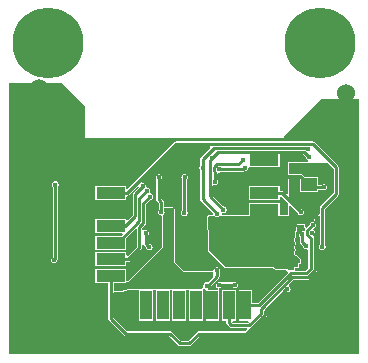
<source format=gbl>
G04*
G04 #@! TF.GenerationSoftware,Altium Limited,Altium Designer,18.0.8 (490)*
G04*
G04 Layer_Physical_Order=2*
G04 Layer_Color=16711680*
%FSLAX44Y44*%
%MOMM*%
G71*
G01*
G75*
G04:AMPARAMS|DCode=103|XSize=0.32mm|YSize=0.36mm|CornerRadius=0.08mm|HoleSize=0mm|Usage=FLASHONLY|Rotation=0.000|XOffset=0mm|YOffset=0mm|HoleType=Round|Shape=RoundedRectangle|*
%AMROUNDEDRECTD103*
21,1,0.3200,0.2000,0,0,0.0*
21,1,0.1600,0.3600,0,0,0.0*
1,1,0.1600,0.0800,-0.1000*
1,1,0.1600,-0.0800,-0.1000*
1,1,0.1600,-0.0800,0.1000*
1,1,0.1600,0.0800,0.1000*
%
%ADD103ROUNDEDRECTD103*%
%ADD113R,0.6000X0.5000*%
%ADD121R,1.4000X1.1000*%
%ADD130C,0.2540*%
%ADD131C,0.7600*%
%ADD132C,1.5240*%
%ADD133C,6.0000*%
%ADD134C,0.4000*%
%ADD135R,1.0000X2.4500*%
%ADD136R,2.4500X1.0000*%
G36*
X863000Y1681000D02*
X882500Y1661500D01*
X882500Y1634250D01*
X1049250Y1634250D01*
X1049479Y1634479D01*
X1050216Y1634784D01*
X1050521Y1635521D01*
X1082500Y1667500D01*
X1114500D01*
Y1452000D01*
X1114293Y1451500D01*
X818250D01*
X817866Y1452611D01*
Y1681000D01*
X863000Y1681000D01*
D02*
G37*
%LPC*%
G36*
X1075218Y1631854D02*
X1075218Y1631854D01*
X1069830D01*
X1069830Y1631854D01*
X1069095Y1631708D01*
X959636D01*
X959636Y1631708D01*
X958843Y1631550D01*
X958171Y1631101D01*
X958171Y1631101D01*
X918436Y1591365D01*
X917262Y1591852D01*
Y1593762D01*
X891238D01*
Y1582238D01*
X917262D01*
Y1585010D01*
X918000Y1585928D01*
X918793Y1586086D01*
X919465Y1586535D01*
X926496Y1593566D01*
X927846Y1593120D01*
X927858Y1593038D01*
X923535Y1588715D01*
X923086Y1588043D01*
X922928Y1587250D01*
X922928Y1587250D01*
Y1569358D01*
X918436Y1564866D01*
X917262Y1565352D01*
Y1565762D01*
X891238D01*
Y1554238D01*
X914055D01*
X914541Y1553065D01*
X913238Y1551762D01*
X891238D01*
Y1540238D01*
X917262D01*
Y1549926D01*
X925255Y1557919D01*
X926428Y1557433D01*
Y1542608D01*
X918532Y1534712D01*
X917262Y1535238D01*
Y1537762D01*
X891238D01*
Y1526238D01*
X917262D01*
Y1529928D01*
X918750D01*
X918750Y1529928D01*
X919543Y1530086D01*
X920215Y1530535D01*
X929965Y1540285D01*
X929965Y1540285D01*
X930414Y1540957D01*
X930572Y1541750D01*
X930572Y1541750D01*
Y1544302D01*
X931836Y1544457D01*
X932285Y1543785D01*
X933962Y1542108D01*
X934148Y1541172D01*
X934759Y1540259D01*
X935672Y1539648D01*
X936750Y1539434D01*
X937828Y1539648D01*
X938741Y1540259D01*
X939352Y1541172D01*
X939566Y1542250D01*
X939352Y1543328D01*
X938741Y1544241D01*
X937828Y1544852D01*
X936892Y1545038D01*
X935822Y1546108D01*
Y1552379D01*
X936352Y1553172D01*
X936566Y1554250D01*
X936352Y1555328D01*
X935741Y1556241D01*
X934828Y1556852D01*
X933750Y1557066D01*
X932672Y1556852D01*
X931842Y1556297D01*
X931405Y1556393D01*
X930572Y1556751D01*
Y1558566D01*
X933267Y1561261D01*
X933267Y1561261D01*
X933716Y1561933D01*
X933874Y1562726D01*
X933874Y1562726D01*
Y1578444D01*
X937642Y1582212D01*
X938578Y1582398D01*
X939491Y1583009D01*
X940102Y1583922D01*
X940316Y1585000D01*
X940102Y1586078D01*
X939491Y1586991D01*
X938578Y1587602D01*
X938065Y1587704D01*
X937394Y1588851D01*
X937375Y1589037D01*
X937566Y1590000D01*
X937352Y1591078D01*
X936741Y1591991D01*
X935828Y1592602D01*
X935235Y1592720D01*
X934316Y1593750D01*
X934102Y1594828D01*
X933491Y1595741D01*
X932578Y1596352D01*
X931500Y1596566D01*
X931241Y1596514D01*
X930615Y1597685D01*
X960494Y1627564D01*
X987975D01*
X988461Y1626391D01*
X980535Y1618465D01*
X980086Y1617793D01*
X979928Y1617000D01*
X979928Y1617000D01*
Y1611371D01*
X979398Y1610578D01*
X979184Y1609500D01*
X979398Y1608422D01*
X979928Y1607629D01*
Y1582750D01*
X979928Y1582750D01*
X980086Y1581957D01*
X980535Y1581285D01*
X990741Y1571079D01*
X990624Y1569593D01*
X990366Y1569357D01*
X987596D01*
X987593Y1569356D01*
X987590Y1569357D01*
X987301Y1569235D01*
X987013Y1569115D01*
X987012Y1569113D01*
X987009Y1569111D01*
X986117Y1568207D01*
X986116Y1568204D01*
X986113Y1568203D01*
X985997Y1567913D01*
X985879Y1567623D01*
X985881Y1567620D01*
X985879Y1567617D01*
X986175Y1546027D01*
Y1539532D01*
X986417Y1538949D01*
X1000667Y1524700D01*
X1001250Y1524458D01*
X1041862D01*
X1042534Y1523785D01*
X1043206Y1523336D01*
X1043999Y1523179D01*
X1043999Y1523179D01*
X1050250D01*
X1050250Y1523179D01*
X1050250Y1523179D01*
X1052738D01*
Y1521988D01*
X1053636D01*
X1054162Y1520718D01*
X1028515Y1495072D01*
X1024012D01*
Y1506012D01*
X1012488D01*
Y1479988D01*
X1020365D01*
X1020902Y1478771D01*
X1020342Y1478072D01*
X1007442D01*
X1006863Y1478718D01*
X1007382Y1479988D01*
X1010012D01*
Y1506012D01*
X998488D01*
Y1479988D01*
X1002178D01*
Y1478000D01*
X1002178Y1478000D01*
X1002336Y1477207D01*
X1002785Y1476535D01*
X1004785Y1474535D01*
X1005457Y1474086D01*
X1006250Y1473928D01*
X1006250Y1473928D01*
X1019382D01*
X1019868Y1472755D01*
X1018185Y1471072D01*
X978650D01*
X978650Y1471072D01*
X977857Y1470914D01*
X977185Y1470465D01*
X977185Y1470465D01*
X969640Y1462920D01*
X963360D01*
X955815Y1470465D01*
X955143Y1470914D01*
X954350Y1471072D01*
X954350Y1471072D01*
X917858D01*
X906322Y1482608D01*
Y1503500D01*
X907592Y1504198D01*
X907648Y1504175D01*
X914488Y1504175D01*
X915071Y1504417D01*
X915313Y1505000D01*
Y1505187D01*
X917512D01*
X918095Y1505429D01*
X918342Y1505675D01*
X928488D01*
Y1479988D01*
X940012D01*
Y1505675D01*
X942488D01*
Y1479988D01*
X954012D01*
Y1505675D01*
X956488D01*
Y1479988D01*
X968012D01*
Y1505675D01*
X970488D01*
Y1479988D01*
X982012D01*
Y1506012D01*
X982012Y1506012D01*
X982012D01*
X982503Y1507087D01*
X983123Y1507706D01*
X984243Y1507229D01*
X984481Y1506060D01*
X984481Y1506060D01*
X984488Y1505840D01*
X984488Y1504799D01*
Y1479988D01*
X996012D01*
X996012Y1505941D01*
X996012Y1506012D01*
X996087Y1507251D01*
X996828Y1507398D01*
X997741Y1508009D01*
X997855Y1508178D01*
X1007629D01*
X1008422Y1507648D01*
X1009500Y1507434D01*
X1010578Y1507648D01*
X1011491Y1508259D01*
X1012102Y1509172D01*
X1012316Y1510250D01*
X1012102Y1511328D01*
X1011491Y1512241D01*
X1010578Y1512852D01*
X1009500Y1513066D01*
X1008422Y1512852D01*
X1007629Y1512322D01*
X997247D01*
X996828Y1512602D01*
X995750Y1512816D01*
X994672Y1512602D01*
X993759Y1511991D01*
X993148Y1511078D01*
X992934Y1510000D01*
X993148Y1508922D01*
X993759Y1508009D01*
X994672Y1507398D01*
X995258Y1507282D01*
X995135Y1506030D01*
X994771Y1506012D01*
X994742Y1506012D01*
X986989D01*
X986848Y1506402D01*
X986778Y1507282D01*
X987491Y1507759D01*
X987804Y1508227D01*
X987891Y1508285D01*
X995715Y1516109D01*
X995715Y1516109D01*
X996164Y1516781D01*
X996322Y1517574D01*
Y1521129D01*
X996852Y1521922D01*
X997066Y1523000D01*
X996852Y1524078D01*
X996241Y1524991D01*
X995328Y1525602D01*
X994250Y1525816D01*
X993172Y1525602D01*
X992259Y1524991D01*
X991648Y1524078D01*
X991510Y1523384D01*
X991092Y1522801D01*
X990273Y1522325D01*
X965842Y1522325D01*
X958325Y1529842D01*
Y1574336D01*
X958322Y1574343D01*
X958325Y1574350D01*
X958202Y1574633D01*
X958083Y1574919D01*
X958076Y1574922D01*
X958073Y1574929D01*
X957160Y1575812D01*
X957152Y1575815D01*
X957149Y1575822D01*
X956860Y1575930D01*
X956572Y1576043D01*
X956565Y1576040D01*
X956558Y1576043D01*
X950342Y1575828D01*
X949107Y1576863D01*
X949074Y1576953D01*
X949072Y1576964D01*
Y1580500D01*
X949072Y1580500D01*
X948914Y1581293D01*
X948465Y1581965D01*
X948465Y1581965D01*
X947072Y1583358D01*
Y1599879D01*
X947602Y1600672D01*
X947816Y1601750D01*
X947602Y1602828D01*
X946991Y1603741D01*
X946078Y1604352D01*
X945000Y1604566D01*
X943922Y1604352D01*
X943009Y1603741D01*
X942398Y1602828D01*
X942184Y1601750D01*
X942398Y1600672D01*
X942928Y1599879D01*
Y1582500D01*
X942928Y1582500D01*
X943086Y1581707D01*
X943535Y1581035D01*
X944928Y1579642D01*
Y1573871D01*
X944398Y1573078D01*
X944184Y1572000D01*
X944398Y1570922D01*
X945009Y1570009D01*
X945922Y1569398D01*
X947000Y1569184D01*
X947925Y1568425D01*
X947925Y1542592D01*
X919158Y1513825D01*
X917262D01*
Y1523762D01*
X891238D01*
Y1512238D01*
X902178D01*
Y1481750D01*
X902178Y1481750D01*
X902336Y1480957D01*
X902785Y1480285D01*
X915535Y1467535D01*
X915535Y1467535D01*
X916207Y1467086D01*
X917000Y1466928D01*
X953492D01*
X961037Y1459383D01*
X961037Y1459383D01*
X961709Y1458934D01*
X962502Y1458776D01*
X962502Y1458776D01*
X970498D01*
X970498Y1458776D01*
X971291Y1458934D01*
X971963Y1459383D01*
X979508Y1466928D01*
X1019043D01*
X1019044Y1466928D01*
X1019836Y1467086D01*
X1020509Y1467535D01*
X1035965Y1482991D01*
X1035965Y1482991D01*
X1036414Y1483664D01*
X1036572Y1484456D01*
X1036572Y1484457D01*
Y1487674D01*
X1052984Y1504086D01*
X1053750Y1503934D01*
X1054828Y1504148D01*
X1055741Y1504759D01*
X1056352Y1505672D01*
X1056566Y1506750D01*
X1056352Y1507828D01*
X1055741Y1508741D01*
X1055156Y1509132D01*
X1054784Y1510557D01*
X1058938Y1514710D01*
X1071076D01*
X1071076Y1514710D01*
X1071869Y1514868D01*
X1072541Y1515317D01*
X1078299Y1521075D01*
X1078299Y1521075D01*
X1078748Y1521747D01*
X1078906Y1522540D01*
Y1552166D01*
X1078906Y1552166D01*
X1078748Y1552959D01*
X1078299Y1553631D01*
X1077538Y1554392D01*
X1077352Y1555328D01*
X1076741Y1556241D01*
X1075828Y1556852D01*
X1075683Y1557304D01*
X1076328Y1558398D01*
X1076328Y1558398D01*
X1077241Y1559009D01*
X1077852Y1559922D01*
X1078066Y1561000D01*
X1077852Y1562078D01*
X1077241Y1562991D01*
X1076583Y1563848D01*
X1076690Y1564105D01*
X1076690Y1564106D01*
X1076821Y1564351D01*
X1076808Y1564392D01*
X1076825Y1564432D01*
Y1565941D01*
X1080005Y1569121D01*
X1081178Y1568635D01*
Y1544621D01*
X1080648Y1543828D01*
X1080434Y1542750D01*
X1080648Y1541672D01*
X1081259Y1540759D01*
X1082172Y1540148D01*
X1083250Y1539934D01*
X1084328Y1540148D01*
X1085241Y1540759D01*
X1085852Y1541672D01*
X1086066Y1542750D01*
X1085852Y1543828D01*
X1085322Y1544621D01*
Y1574472D01*
X1096517Y1585667D01*
X1096517Y1585667D01*
X1096966Y1586339D01*
X1097124Y1587132D01*
Y1609948D01*
X1096966Y1610741D01*
X1096517Y1611413D01*
X1096517Y1611413D01*
X1076683Y1631247D01*
X1076011Y1631696D01*
X1075218Y1631854D01*
D02*
G37*
G36*
X966750Y1604566D02*
X965672Y1604352D01*
X964759Y1603741D01*
X964148Y1602828D01*
X963934Y1601750D01*
X964148Y1600672D01*
X964428Y1600253D01*
Y1573371D01*
X963898Y1572578D01*
X963684Y1571500D01*
X963898Y1570422D01*
X964509Y1569509D01*
X965422Y1568898D01*
X966500Y1568684D01*
X967578Y1568898D01*
X968491Y1569509D01*
X969102Y1570422D01*
X969316Y1571500D01*
X969102Y1572578D01*
X968572Y1573371D01*
Y1599646D01*
X968741Y1599759D01*
X969352Y1600672D01*
X969566Y1601750D01*
X969352Y1602828D01*
X968741Y1603741D01*
X967828Y1604352D01*
X966750Y1604566D01*
D02*
G37*
G36*
X857250Y1598066D02*
X856172Y1597852D01*
X855259Y1597241D01*
X854648Y1596328D01*
X854434Y1595250D01*
X854648Y1594172D01*
X855178Y1593379D01*
Y1533853D01*
X855172Y1533852D01*
X854259Y1533241D01*
X853648Y1532328D01*
X853434Y1531250D01*
X853648Y1530172D01*
X854259Y1529259D01*
X855172Y1528648D01*
X856250Y1528434D01*
X857328Y1528648D01*
X858241Y1529259D01*
X858852Y1530172D01*
X859066Y1531250D01*
X859057Y1531297D01*
X859164Y1531457D01*
X859322Y1532250D01*
X859322Y1532250D01*
Y1593379D01*
X859852Y1594172D01*
X860066Y1595250D01*
X859852Y1596328D01*
X859241Y1597241D01*
X858328Y1597852D01*
X857250Y1598066D01*
D02*
G37*
%LPD*%
G36*
X1069212Y1618358D02*
X1069398Y1617422D01*
X1070009Y1616509D01*
X1070922Y1615898D01*
X1071028Y1615877D01*
X1070903Y1614607D01*
X1055000D01*
X1054417Y1614366D01*
X1054175Y1613782D01*
Y1604072D01*
X1054417Y1603488D01*
X1055000Y1603247D01*
X1065419D01*
X1065971Y1603137D01*
X1066439Y1602824D01*
X1068085Y1601179D01*
X1068668Y1600937D01*
X1078937D01*
Y1595122D01*
X1079179Y1594539D01*
X1079762Y1594297D01*
X1082879D01*
X1083102Y1594389D01*
X1083337Y1594436D01*
X1083994Y1594875D01*
X1084750Y1595025D01*
X1085506Y1594875D01*
X1086147Y1594447D01*
X1086575Y1593806D01*
X1086725Y1593050D01*
X1086575Y1592294D01*
X1086147Y1591653D01*
X1085506Y1591225D01*
X1084750Y1591075D01*
X1083994Y1591225D01*
X1083337Y1591664D01*
X1083102Y1591711D01*
X1082879Y1591803D01*
X1079762D01*
X1079179Y1591561D01*
X1078937Y1590978D01*
Y1590063D01*
X1065063D01*
Y1599928D01*
X1064821Y1600511D01*
X1064238Y1600753D01*
X1055000D01*
X1054417Y1600511D01*
X1054175Y1599928D01*
Y1587414D01*
X1053002Y1586928D01*
X1050465Y1589465D01*
X1049793Y1589914D01*
X1049000Y1590072D01*
X1049000Y1590072D01*
X1047262D01*
Y1593762D01*
X1021238D01*
Y1582238D01*
X1047262D01*
Y1585012D01*
X1048532Y1585538D01*
X1054644Y1579426D01*
X1054593Y1578510D01*
X1054417Y1577994D01*
X1054354Y1577842D01*
X1054238Y1577726D01*
Y1577562D01*
X1054175Y1577411D01*
Y1569357D01*
X1047262D01*
Y1579762D01*
X1021238D01*
Y1569357D01*
X998839D01*
X997853Y1570437D01*
X997857Y1570444D01*
X999152Y1571253D01*
X999500Y1571184D01*
X1000578Y1571398D01*
X1001491Y1572009D01*
X1002102Y1572922D01*
X1002316Y1574000D01*
X1002102Y1575078D01*
X1001491Y1575991D01*
X1000578Y1576602D01*
X999642Y1576788D01*
X990238Y1586192D01*
Y1594285D01*
X990554Y1594578D01*
X991508Y1595110D01*
X992274Y1594958D01*
X993352Y1595172D01*
X994265Y1595783D01*
X994876Y1596696D01*
X995090Y1597774D01*
X994876Y1598852D01*
X994346Y1599645D01*
Y1604369D01*
X995500Y1605434D01*
X996578Y1605648D01*
X997371Y1606178D01*
X1016500D01*
X1016500Y1606178D01*
X1017293Y1606336D01*
X1017841Y1606702D01*
X1018828Y1606898D01*
X1019741Y1607509D01*
X1020352Y1608422D01*
X1020519Y1609265D01*
X1020807Y1609655D01*
X1021714Y1610238D01*
X1047262D01*
Y1620960D01*
X1066610D01*
X1069212Y1618358D01*
D02*
G37*
G36*
X1092980Y1608520D02*
Y1587990D01*
X1081785Y1576795D01*
X1081336Y1576123D01*
X1081178Y1575330D01*
X1081178Y1575330D01*
Y1571461D01*
X1076000Y1566282D01*
Y1564432D01*
X1075250Y1563816D01*
X1074172Y1563602D01*
X1073259Y1562991D01*
X1072648Y1562078D01*
X1072462Y1561142D01*
X1070168Y1558848D01*
X1068898Y1559374D01*
Y1561605D01*
X1061374D01*
Y1556530D01*
X1060585Y1555741D01*
X1060136Y1555069D01*
X1059978Y1554276D01*
X1059978Y1554276D01*
Y1550158D01*
X1059779Y1549860D01*
X1059658Y1549250D01*
Y1547250D01*
X1059779Y1546641D01*
X1059978Y1546342D01*
Y1544371D01*
X1059448Y1543578D01*
X1059234Y1542500D01*
X1059448Y1541422D01*
X1059978Y1540629D01*
Y1539408D01*
X1059779Y1539110D01*
X1059658Y1538500D01*
Y1536500D01*
X1059779Y1535891D01*
X1060124Y1535374D01*
X1060641Y1535029D01*
X1061250Y1534908D01*
X1061713D01*
X1064428Y1532192D01*
Y1528512D01*
X1062738D01*
Y1525283D01*
X1001250D01*
X987000Y1539532D01*
Y1546032D01*
X986704Y1567628D01*
X987596Y1568532D01*
X992243D01*
X992259Y1568509D01*
X993172Y1567898D01*
X994250Y1567684D01*
X995328Y1567898D01*
X996241Y1568509D01*
X996257Y1568532D01*
X1021238D01*
Y1568238D01*
X1047262D01*
Y1568532D01*
X1055000D01*
Y1577411D01*
X1056173Y1577897D01*
X1062296Y1571774D01*
X1062450Y1570999D01*
X1063061Y1570085D01*
X1063974Y1569475D01*
X1065052Y1569261D01*
X1066130Y1569475D01*
X1067043Y1570085D01*
X1067654Y1570999D01*
X1067868Y1572077D01*
X1067654Y1573154D01*
X1067043Y1574068D01*
X1066130Y1574678D01*
X1065052Y1574893D01*
X1065040Y1574890D01*
X1055000Y1584930D01*
Y1599928D01*
X1064238D01*
Y1589238D01*
X1079762D01*
Y1590978D01*
X1082879D01*
X1083672Y1590448D01*
X1084750Y1590234D01*
X1085828Y1590448D01*
X1086741Y1591059D01*
X1087352Y1591972D01*
X1087566Y1593050D01*
X1087352Y1594128D01*
X1086741Y1595041D01*
X1085828Y1595652D01*
X1084750Y1595866D01*
X1083672Y1595652D01*
X1082879Y1595122D01*
X1079762D01*
Y1601762D01*
X1068668D01*
X1066965Y1603465D01*
X1066293Y1603914D01*
X1065500Y1604072D01*
X1065500Y1604072D01*
X1055000D01*
Y1613782D01*
X1087718Y1613782D01*
X1092980Y1608520D01*
D02*
G37*
G36*
X1068073Y1559374D02*
X1068136Y1559222D01*
Y1559058D01*
X1068252Y1558942D01*
X1068315Y1558791D01*
X1068335Y1558782D01*
X1068426Y1558698D01*
X1068614Y1558418D01*
X1068804Y1557261D01*
X1068646Y1556468D01*
X1068646Y1556468D01*
X1068404Y1556279D01*
X1067376Y1555728D01*
X1066552Y1555892D01*
X1065474Y1555677D01*
X1064561Y1555067D01*
X1063950Y1554153D01*
X1063736Y1553076D01*
X1063950Y1551998D01*
X1064480Y1551205D01*
Y1546448D01*
X1064480Y1546448D01*
X1064638Y1545655D01*
X1065087Y1544983D01*
X1066712Y1543358D01*
X1066898Y1542422D01*
X1067509Y1541509D01*
X1068422Y1540898D01*
X1069500Y1540684D01*
X1070190Y1540821D01*
X1071460Y1540077D01*
Y1524766D01*
X1068850Y1522156D01*
X1060262D01*
Y1524458D01*
X1062738D01*
X1063321Y1524700D01*
X1063563Y1525283D01*
Y1527687D01*
X1064428D01*
X1065012Y1527929D01*
X1065253Y1528512D01*
Y1532192D01*
X1065012Y1532775D01*
X1062296Y1535491D01*
X1061713Y1535732D01*
X1061331D01*
X1060963Y1535806D01*
X1060719Y1535969D01*
X1060556Y1536212D01*
X1060482Y1536581D01*
Y1538419D01*
X1060556Y1538788D01*
X1060664Y1538950D01*
X1060711Y1539186D01*
X1060803Y1539408D01*
Y1540629D01*
X1060711Y1540851D01*
X1060664Y1541087D01*
X1060225Y1541744D01*
X1060075Y1542500D01*
X1060225Y1543256D01*
X1060664Y1543913D01*
X1060711Y1544149D01*
X1060803Y1544371D01*
Y1546342D01*
X1060711Y1546564D01*
X1060664Y1546800D01*
X1060556Y1546962D01*
X1060482Y1547331D01*
Y1549169D01*
X1060556Y1549538D01*
X1060664Y1549700D01*
X1060711Y1549936D01*
X1060803Y1550158D01*
Y1554195D01*
X1060913Y1554747D01*
X1061226Y1555215D01*
X1061957Y1555947D01*
X1062199Y1556530D01*
Y1560780D01*
X1068073D01*
Y1559374D01*
D02*
G37*
G36*
X957500Y1574336D02*
Y1529500D01*
X965500Y1521500D01*
X990750Y1521500D01*
X990750Y1517004D01*
X986178Y1512431D01*
X985500Y1512566D01*
X984422Y1512352D01*
X983509Y1511741D01*
X982898Y1510828D01*
X982684Y1509750D01*
X982898Y1508672D01*
X982908Y1508658D01*
X980750Y1506500D01*
X918000D01*
X917512Y1506012D01*
X914488D01*
Y1505000D01*
X907648Y1505000D01*
X906750Y1505898D01*
X906750Y1512238D01*
X917262D01*
Y1513000D01*
X919500D01*
X948750Y1542250D01*
X948750Y1569848D01*
X948991Y1570009D01*
X949602Y1570922D01*
X949816Y1572000D01*
X949602Y1573078D01*
X949191Y1573693D01*
X949531Y1574975D01*
X956587Y1575219D01*
X957500Y1574336D01*
D02*
G37*
D103*
X1062050Y1537500D02*
D03*
X1056450D02*
D03*
X1062050Y1548250D02*
D03*
X1056450D02*
D03*
D113*
X1055136Y1558343D02*
D03*
X1065136D02*
D03*
X1056500Y1525250D02*
D03*
X1066500Y1525250D02*
D03*
D121*
X1072000Y1595500D02*
D03*
Y1580500D02*
D03*
D130*
X918000Y1588000D02*
X959636Y1629636D01*
X904250Y1588000D02*
X918000D01*
X959636Y1629636D02*
X1069684D01*
X925000Y1587250D02*
X931500Y1593750D01*
X925000Y1568500D02*
Y1587250D01*
X1052718Y1506750D02*
X1053750D01*
X1034500Y1488532D02*
X1052718Y1506750D01*
X1034500Y1484456D02*
Y1488532D01*
X1019044Y1469000D02*
X1034500Y1484456D01*
X978650Y1469000D02*
X1019044D01*
X1058080Y1516782D02*
X1071076D01*
X1031111Y1489813D02*
X1058080Y1516782D01*
X1031111Y1485737D02*
Y1489813D01*
X1056458Y1520084D02*
X1069708D01*
X1029373Y1493000D02*
X1056458Y1520084D01*
X1069708D02*
X1073532Y1523908D01*
X1071076Y1516782D02*
X1076834Y1522540D01*
X1021374Y1476000D02*
X1031111Y1485737D01*
X1006250Y1476000D02*
X1021374D01*
X1018250Y1493000D02*
X1029373D01*
X970498Y1460848D02*
X978650Y1469000D01*
X954350D02*
X962502Y1460848D01*
X917000Y1469000D02*
X954350D01*
X962502Y1460848D02*
X970498D01*
X904250Y1481750D02*
X917000Y1469000D01*
X1071626Y1580500D02*
X1072000D01*
X1058500Y1593626D02*
X1071626Y1580500D01*
X1058500Y1593626D02*
Y1597750D01*
X1055000Y1560500D02*
X1059968D01*
X1055000Y1549700D02*
Y1560500D01*
X1065500Y1602000D02*
X1072000Y1595500D01*
X1034250Y1602000D02*
X1065500D01*
X1064882Y1557108D02*
X1065136D01*
X1062050Y1554276D02*
X1064882Y1557108D01*
X1062050Y1548250D02*
Y1554276D01*
X1065136Y1557108D02*
Y1558343D01*
X1049000Y1588000D02*
X1064923Y1572077D01*
X1065052D01*
X955853Y1509250D02*
X962746Y1516143D01*
X986750D01*
X985500Y1509750D02*
X986426D01*
X994250Y1517574D02*
Y1523000D01*
X986426Y1509750D02*
X994250Y1517574D01*
X952000Y1509250D02*
X955853D01*
X996000Y1510250D02*
X1009500D01*
X995750Y1510000D02*
X996000Y1510250D01*
X911250Y1484000D02*
X920250Y1493000D01*
X904250Y1481750D02*
Y1518000D01*
X909368Y1509250D02*
X952000D01*
X909294Y1509324D02*
X909368Y1509250D01*
X1070718Y1556468D02*
X1075250Y1561000D01*
X1070718Y1552580D02*
Y1556468D01*
X1076834Y1522540D02*
Y1552166D01*
X1074750Y1554250D02*
X1076834Y1552166D01*
X1070718Y1552580D02*
X1073532Y1549766D01*
Y1523908D02*
Y1549766D01*
X1066552Y1546448D02*
Y1553076D01*
Y1546448D02*
X1069500Y1543500D01*
X1034250Y1588000D02*
X1049000D01*
X988166Y1585334D02*
X999500Y1574000D01*
X992250Y1552250D02*
X992500Y1552000D01*
X1013500D01*
X1083250Y1575330D02*
X1095052Y1587132D01*
X1083250Y1542750D02*
Y1575330D01*
X1062094Y1565968D02*
X1068670D01*
X1059968Y1563842D02*
X1062094Y1565968D01*
X1068670D02*
X1072000Y1569298D01*
Y1580500D01*
X880750Y1585250D02*
X892000Y1574000D01*
X862500Y1603500D02*
X880750Y1585250D01*
X878500Y1541000D02*
X880750Y1543250D01*
Y1585250D01*
X1055000Y1549700D02*
X1056450Y1548250D01*
X989750Y1617500D02*
X995282Y1623032D01*
X988166Y1615916D02*
X989750Y1617500D01*
X995282Y1623032D02*
X1067468D01*
X988166Y1585334D02*
Y1615916D01*
X904250Y1532000D02*
X918750D01*
X928500Y1541750D01*
Y1559424D01*
X931802Y1562726D01*
Y1579302D01*
X937500Y1585000D01*
X904250Y1546000D02*
X910406D01*
X928500Y1564094D01*
Y1583750D01*
X934750Y1590000D01*
X904250Y1560000D02*
X916500D01*
X925000Y1568500D01*
X982000Y1582750D02*
Y1617000D01*
Y1582750D02*
X994250Y1570500D01*
X982000Y1617000D02*
X991334Y1626334D01*
X945000Y1582500D02*
Y1601750D01*
Y1582500D02*
X947000Y1580500D01*
Y1572000D02*
Y1580500D01*
X966500Y1571500D02*
Y1601500D01*
X966750Y1601750D01*
X952000Y1509250D02*
X953500Y1510750D01*
Y1572250D01*
X992274Y1597774D02*
Y1605774D01*
X991468Y1606580D02*
X992274Y1605774D01*
X991468Y1606580D02*
Y1609920D01*
X993830Y1612282D01*
X1012282D01*
X1016250Y1616250D01*
X1016500Y1608250D02*
X1017750Y1609500D01*
X995500Y1608250D02*
X1016500D01*
X991334Y1626334D02*
X1070916D01*
X933750Y1545250D02*
X936750Y1542250D01*
X933750Y1545250D02*
Y1554250D01*
X862500Y1603500D02*
Y1622750D01*
X892000Y1574000D02*
X904250D01*
X862500Y1636000D02*
Y1667000D01*
Y1622750D02*
Y1636000D01*
X882500Y1616000D01*
X904250D01*
X862500Y1622750D02*
X883250Y1602000D01*
X904250D01*
X1069684Y1629636D02*
X1069830Y1629782D01*
X1075218D01*
X1095052Y1609948D01*
X1067468Y1623032D02*
X1072000Y1618500D01*
X1070916Y1626334D02*
X1071500Y1625750D01*
X1095052Y1587132D02*
Y1609948D01*
X1059968Y1560500D02*
Y1563842D01*
X1034250Y1546000D02*
Y1560000D01*
X1000000D02*
X1034250D01*
X992250Y1552250D02*
X1000000Y1560000D01*
X920250Y1493000D02*
X920250D01*
X1004250Y1478000D02*
Y1493000D01*
Y1478000D02*
X1006250Y1476000D01*
X1062050Y1542500D02*
Y1548250D01*
Y1537500D02*
Y1542500D01*
Y1537500D02*
X1066500Y1533050D01*
Y1525250D02*
Y1533050D01*
X1050250Y1525250D02*
X1056500D01*
X1043999D02*
X1050250D01*
X1050750Y1548250D02*
X1056450D01*
X1036500D02*
X1050750D01*
Y1537500D02*
X1056450D01*
X1050750D02*
Y1548250D01*
Y1525751D02*
Y1537500D01*
X1050250Y1525250D02*
X1050750Y1525751D01*
X1036750Y1532500D02*
X1043999Y1525250D01*
X1034250Y1546000D02*
X1036500Y1548250D01*
X856250Y1531250D02*
X857250Y1532250D01*
Y1595250D01*
X1072000Y1595500D02*
X1074450Y1593050D01*
X1084750D01*
D131*
X1081750Y1737500D02*
D03*
X1065590Y1731013D02*
D03*
X1058750Y1715000D02*
D03*
X1065237Y1698840D02*
D03*
X1081250Y1692000D02*
D03*
X1097410Y1698486D02*
D03*
X1104250Y1714500D02*
D03*
X1097764Y1730660D02*
D03*
X851750Y1737500D02*
D03*
X835590Y1731013D02*
D03*
X828750Y1715000D02*
D03*
X835236Y1698840D02*
D03*
X851250Y1692000D02*
D03*
X867410Y1698486D02*
D03*
X874250Y1714500D02*
D03*
X867764Y1730660D02*
D03*
X851750Y1507500D02*
D03*
X835590Y1501013D02*
D03*
X828750Y1485000D02*
D03*
X835236Y1468840D02*
D03*
X851250Y1462000D02*
D03*
X867410Y1468486D02*
D03*
X874250Y1484500D02*
D03*
X867764Y1500660D02*
D03*
X1097764D02*
D03*
X1104250Y1484500D02*
D03*
X1097410Y1468486D02*
D03*
X1081250Y1462000D02*
D03*
X1065237Y1468840D02*
D03*
X1058750Y1485000D02*
D03*
X1065590Y1501013D02*
D03*
X1081750Y1507500D02*
D03*
D132*
X1106000Y1586250D02*
D03*
X1103500Y1673000D02*
D03*
X840250Y1571750D02*
D03*
X843500Y1677000D02*
D03*
X1046250Y1474250D02*
D03*
X966500Y1470500D02*
D03*
X885750Y1472250D02*
D03*
D133*
X851500Y1714750D02*
D03*
X1081500D02*
D03*
X851500Y1484750D02*
D03*
X1081500D02*
D03*
D134*
X931500Y1593750D02*
D03*
X1053750Y1506750D02*
D03*
X1083250Y1609250D02*
D03*
X1058500Y1597750D02*
D03*
X1065052Y1572077D02*
D03*
X986750Y1516143D02*
D03*
X985500Y1509750D02*
D03*
X1009500Y1510250D02*
D03*
X995750Y1510000D02*
D03*
X911250Y1484000D02*
D03*
X909294Y1509324D02*
D03*
X1075250Y1561000D02*
D03*
X1066552Y1553076D02*
D03*
X1074750Y1554250D02*
D03*
X1069500Y1543500D02*
D03*
X1013500Y1552000D02*
D03*
X1083250Y1542750D02*
D03*
X878500Y1541000D02*
D03*
X937500Y1585000D02*
D03*
X934750Y1590000D02*
D03*
X945000Y1601750D02*
D03*
X966750D02*
D03*
X947000Y1572000D02*
D03*
X953500Y1572250D02*
D03*
X966500Y1571500D02*
D03*
X992274Y1597774D02*
D03*
X1016250Y1616250D02*
D03*
X1017750Y1609500D02*
D03*
X995500Y1608250D02*
D03*
X989750Y1617500D02*
D03*
X982000Y1609500D02*
D03*
X936750Y1542250D02*
D03*
X933750Y1554250D02*
D03*
X862500Y1667000D02*
D03*
X1072000Y1618500D02*
D03*
X1071500Y1625750D02*
D03*
X992250Y1552250D02*
D03*
X1040000Y1519250D02*
D03*
X1062050Y1542500D02*
D03*
X1036750Y1532500D02*
D03*
X994250Y1523000D02*
D03*
X856250Y1531250D02*
D03*
X857250Y1595250D02*
D03*
X1084750Y1593050D02*
D03*
X999500Y1574000D02*
D03*
X994250Y1570500D02*
D03*
D135*
X948250Y1493000D02*
D03*
X934250D02*
D03*
X962250D02*
D03*
X976250D02*
D03*
X990250D02*
D03*
X1018250D02*
D03*
X1004250D02*
D03*
X920250D02*
D03*
D136*
X904250Y1546000D02*
D03*
Y1532000D02*
D03*
Y1560000D02*
D03*
Y1574000D02*
D03*
Y1588000D02*
D03*
Y1616000D02*
D03*
Y1602000D02*
D03*
Y1518000D02*
D03*
X1034250D02*
D03*
Y1602000D02*
D03*
Y1616000D02*
D03*
Y1588000D02*
D03*
Y1574000D02*
D03*
Y1560000D02*
D03*
Y1532000D02*
D03*
Y1546000D02*
D03*
M02*

</source>
